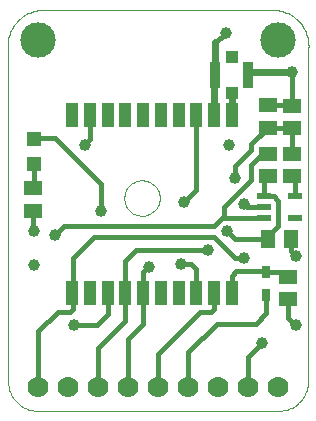
<source format=gtl>
G75*
%MOIN*%
%OFA0B0*%
%FSLAX24Y24*%
%IPPOS*%
%LPD*%
%AMOC8*
5,1,8,0,0,1.08239X$1,22.5*
%
%ADD10C,0.0000*%
%ADD11R,0.0394X0.0787*%
%ADD12R,0.0472X0.0217*%
%ADD13R,0.0472X0.0472*%
%ADD14R,0.0591X0.0512*%
%ADD15C,0.1181*%
%ADD16R,0.0512X0.0591*%
%ADD17R,0.0315X0.0394*%
%ADD18C,0.0394*%
%ADD19R,0.0335X0.0866*%
%ADD20R,0.0394X0.0413*%
%ADD21C,0.0700*%
%ADD22C,0.0160*%
%ADD23C,0.0397*%
%ADD24C,0.0240*%
D10*
X001756Y001447D02*
X001756Y012403D01*
X001746Y012471D01*
X001741Y012539D01*
X001739Y012607D01*
X001741Y012675D01*
X001747Y012743D01*
X001757Y012811D01*
X001770Y012878D01*
X001788Y012944D01*
X001809Y013009D01*
X001833Y013072D01*
X001861Y013134D01*
X001893Y013195D01*
X001928Y013254D01*
X001966Y013310D01*
X002007Y013365D01*
X002051Y013417D01*
X002098Y013466D01*
X002148Y013513D01*
X002200Y013557D01*
X002255Y013598D01*
X002312Y013635D01*
X002371Y013670D01*
X002431Y013701D01*
X002494Y013729D01*
X002558Y013753D01*
X002623Y013773D01*
X002689Y013790D01*
X002756Y013803D01*
X010756Y013803D01*
X010823Y013790D01*
X010889Y013773D01*
X010954Y013753D01*
X011018Y013729D01*
X011081Y013701D01*
X011141Y013670D01*
X011200Y013635D01*
X011257Y013598D01*
X011312Y013557D01*
X011364Y013513D01*
X011414Y013466D01*
X011461Y013417D01*
X011505Y013365D01*
X011546Y013310D01*
X011584Y013254D01*
X011619Y013195D01*
X011651Y013134D01*
X011679Y013072D01*
X011703Y013009D01*
X011724Y012944D01*
X011742Y012878D01*
X011755Y012811D01*
X011765Y012743D01*
X011771Y012675D01*
X011773Y012607D01*
X011771Y012539D01*
X011766Y012471D01*
X011756Y012403D01*
X011756Y001447D01*
X011754Y001387D01*
X011749Y001326D01*
X011740Y001267D01*
X011727Y001208D01*
X011711Y001149D01*
X011691Y001092D01*
X011668Y001037D01*
X011641Y000982D01*
X011612Y000930D01*
X011579Y000879D01*
X011543Y000830D01*
X011505Y000784D01*
X011463Y000740D01*
X011419Y000698D01*
X011373Y000660D01*
X011324Y000624D01*
X011273Y000591D01*
X011221Y000562D01*
X011166Y000535D01*
X011111Y000512D01*
X011054Y000492D01*
X010995Y000476D01*
X010936Y000463D01*
X010877Y000454D01*
X010816Y000449D01*
X010756Y000447D01*
X002756Y000447D01*
X002696Y000449D01*
X002635Y000454D01*
X002576Y000463D01*
X002517Y000476D01*
X002458Y000492D01*
X002401Y000512D01*
X002346Y000535D01*
X002291Y000562D01*
X002239Y000591D01*
X002188Y000624D01*
X002139Y000660D01*
X002093Y000698D01*
X002049Y000740D01*
X002007Y000784D01*
X001969Y000830D01*
X001933Y000879D01*
X001900Y000930D01*
X001871Y000982D01*
X001844Y001037D01*
X001821Y001092D01*
X001801Y001149D01*
X001785Y001208D01*
X001772Y001267D01*
X001763Y001326D01*
X001758Y001387D01*
X001756Y001447D01*
X005630Y007544D02*
X005632Y007592D01*
X005638Y007640D01*
X005648Y007687D01*
X005661Y007733D01*
X005679Y007778D01*
X005699Y007822D01*
X005724Y007864D01*
X005752Y007903D01*
X005782Y007940D01*
X005816Y007974D01*
X005853Y008006D01*
X005891Y008035D01*
X005932Y008060D01*
X005975Y008082D01*
X006020Y008100D01*
X006066Y008114D01*
X006113Y008125D01*
X006161Y008132D01*
X006209Y008135D01*
X006257Y008134D01*
X006305Y008129D01*
X006353Y008120D01*
X006399Y008108D01*
X006444Y008091D01*
X006488Y008071D01*
X006530Y008048D01*
X006570Y008021D01*
X006608Y007991D01*
X006643Y007958D01*
X006675Y007922D01*
X006705Y007884D01*
X006731Y007843D01*
X006753Y007800D01*
X006773Y007756D01*
X006788Y007711D01*
X006800Y007664D01*
X006808Y007616D01*
X006812Y007568D01*
X006812Y007520D01*
X006808Y007472D01*
X006800Y007424D01*
X006788Y007377D01*
X006773Y007332D01*
X006753Y007288D01*
X006731Y007245D01*
X006705Y007204D01*
X006675Y007166D01*
X006643Y007130D01*
X006608Y007097D01*
X006570Y007067D01*
X006530Y007040D01*
X006488Y007017D01*
X006444Y006997D01*
X006399Y006980D01*
X006353Y006968D01*
X006305Y006959D01*
X006257Y006954D01*
X006209Y006953D01*
X006161Y006956D01*
X006113Y006963D01*
X006066Y006974D01*
X006020Y006988D01*
X005975Y007006D01*
X005932Y007028D01*
X005891Y007053D01*
X005853Y007082D01*
X005816Y007114D01*
X005782Y007148D01*
X005752Y007185D01*
X005724Y007224D01*
X005699Y007266D01*
X005679Y007310D01*
X005661Y007355D01*
X005648Y007401D01*
X005638Y007448D01*
X005632Y007496D01*
X005630Y007544D01*
D11*
X005670Y010299D03*
X005080Y010299D03*
X004489Y010299D03*
X003899Y010299D03*
X006261Y010299D03*
X006851Y010299D03*
X007442Y010299D03*
X008032Y010299D03*
X008623Y010299D03*
X009214Y010299D03*
X009214Y004394D03*
X008623Y004394D03*
X008032Y004394D03*
X007442Y004394D03*
X006851Y004394D03*
X006261Y004394D03*
X005670Y004394D03*
X005080Y004394D03*
X004489Y004394D03*
X003899Y004394D03*
D12*
X010294Y006863D03*
X010294Y007237D03*
X010294Y007611D03*
X011318Y007611D03*
X011318Y006863D03*
D13*
X002616Y008683D03*
X002616Y009510D03*
D14*
X002597Y007871D03*
X002597Y007123D03*
X010406Y008263D03*
X010406Y009011D03*
X011206Y009011D03*
X011206Y008263D03*
X011206Y009863D03*
X010406Y009882D03*
X010406Y010630D03*
X011206Y010611D03*
X011097Y004921D03*
X011097Y004173D03*
D15*
X010756Y012803D03*
X002756Y012803D03*
D16*
X010432Y006187D03*
X011180Y006187D03*
D17*
X010356Y005090D03*
X010356Y004303D03*
D18*
X009106Y009297D03*
X002615Y005314D03*
D19*
X008665Y011647D03*
X009747Y011647D03*
D20*
X009206Y012247D03*
X009206Y011046D03*
D21*
X008756Y001247D03*
X009756Y001247D03*
X010756Y001247D03*
X007756Y001247D03*
X006756Y001247D03*
X005756Y001247D03*
X004756Y001247D03*
X003756Y001247D03*
X002756Y001247D03*
D22*
X002756Y003097D01*
X003406Y003747D01*
X003806Y003747D01*
X003906Y003847D01*
X003906Y004401D01*
X003906Y005547D01*
X004606Y006247D01*
X008606Y006247D01*
X009306Y005547D01*
X009606Y005547D01*
X009356Y005097D02*
X010350Y005097D01*
X010356Y005090D01*
X010927Y005090D01*
X011097Y004921D01*
X011356Y005597D02*
X011180Y005773D01*
X011180Y006187D01*
X010756Y006597D02*
X010756Y007447D01*
X010606Y007597D01*
X010309Y007597D01*
X010294Y007611D01*
X010294Y008151D01*
X010406Y008263D01*
X009856Y008147D02*
X009856Y008647D01*
X010206Y008997D01*
X010392Y008997D01*
X010406Y009011D01*
X009856Y009147D02*
X009856Y009332D01*
X010406Y009882D01*
X011187Y009882D01*
X011206Y009863D01*
X011206Y009011D01*
X011206Y008263D02*
X011318Y008151D01*
X011318Y007611D01*
X010294Y007237D02*
X009716Y007237D01*
X009606Y007347D01*
X010294Y006863D02*
X008873Y006863D01*
X008956Y006947D01*
X008956Y007247D01*
X009856Y008147D01*
X009306Y008197D02*
X009306Y008597D01*
X009856Y009147D01*
X008032Y010299D02*
X008032Y007823D01*
X007606Y007397D01*
X008606Y006597D02*
X003606Y006597D01*
X003306Y006297D01*
X002606Y006447D02*
X002597Y006437D01*
X002597Y007123D01*
X002597Y007871D02*
X002616Y007890D01*
X002616Y008683D01*
X002616Y009510D02*
X002652Y009547D01*
X003306Y009547D01*
X004856Y007997D01*
X004856Y007097D01*
X006006Y005797D02*
X008406Y005797D01*
X007856Y005347D02*
X007506Y005347D01*
X007856Y005347D02*
X008032Y005170D01*
X008032Y004394D01*
X008606Y004377D02*
X008623Y004394D01*
X008606Y004377D02*
X008606Y003847D01*
X008506Y003747D01*
X008156Y003747D01*
X006756Y002347D01*
X006756Y001247D01*
X005756Y001247D02*
X005756Y002847D01*
X006256Y003347D01*
X006256Y004389D01*
X006261Y004394D01*
X006261Y005092D01*
X006416Y005247D01*
X006456Y005247D01*
X006006Y005797D02*
X005670Y005461D01*
X005670Y004394D01*
X005656Y004380D01*
X005656Y003447D01*
X004756Y002547D01*
X004756Y001247D01*
X004706Y003297D02*
X003956Y003297D01*
X004706Y003297D02*
X005080Y003670D01*
X005080Y004394D01*
X003906Y004401D02*
X003899Y004394D01*
X007756Y002397D02*
X008706Y003347D01*
X010006Y003347D01*
X010356Y003697D01*
X010356Y004303D01*
X011097Y004173D02*
X011097Y003556D01*
X011356Y003297D01*
X010206Y002697D02*
X009756Y002247D01*
X009756Y001247D01*
X007756Y001247D02*
X007756Y002397D01*
X009214Y004394D02*
X009214Y004954D01*
X009356Y005097D01*
X009316Y006187D02*
X009056Y006447D01*
X009316Y006187D02*
X010432Y006187D01*
X010432Y006273D01*
X010756Y006597D01*
X008873Y006863D02*
X008606Y006597D01*
X004489Y009514D02*
X004306Y009331D01*
X004306Y009297D01*
X004489Y009514D02*
X004489Y010299D01*
X008656Y011655D02*
X008665Y011647D01*
X008656Y011655D02*
X008656Y011688D01*
X009206Y011046D02*
X009206Y010996D01*
X009214Y010989D01*
X009747Y011647D02*
X009847Y011747D01*
X009897Y011747D01*
X008665Y012705D02*
X009006Y013047D01*
X011206Y011747D02*
X011206Y010611D01*
X011187Y010630D01*
X010406Y010630D01*
D23*
X011206Y011747D03*
X009006Y013047D03*
X004306Y009297D03*
X004856Y007097D03*
X003306Y006297D03*
X002606Y006447D03*
X006456Y005247D03*
X007506Y005347D03*
X008406Y005797D03*
X009056Y006447D03*
X009606Y007347D03*
X009306Y008197D03*
X007606Y007397D03*
X009606Y005547D03*
X011356Y005597D03*
X011356Y003297D03*
X010206Y002697D03*
X003956Y003297D03*
D24*
X008623Y010299D02*
X008623Y011814D01*
X008656Y011847D01*
X008656Y011688D01*
X008665Y011647D02*
X008665Y012705D01*
X008665Y012738D01*
X009897Y011747D02*
X011206Y011747D01*
X009214Y010989D02*
X009214Y010299D01*
M02*

</source>
